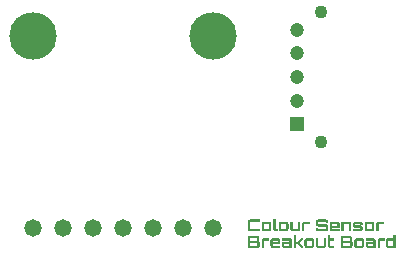
<source format=gbr>
G04*
G04 #@! TF.GenerationSoftware,Altium Limited,Altium Designer,23.1.1 (15)*
G04*
G04 Layer_Color=39423*
%FSLAX44Y44*%
%MOMM*%
G71*
G04*
G04 #@! TF.SameCoordinates,7DEE206C-283F-43E0-9F98-1BFD9C08138E*
G04*
G04*
G04 #@! TF.FilePolarity,Negative*
G04*
G01*
G75*
%ADD13C,4.0132*%
%ADD14C,1.4732*%
%ADD15C,1.1000*%
%ADD16C,1.2000*%
%ADD17R,1.2000X1.2000*%
G36*
X278184Y10879D02*
Y10854D01*
Y10793D01*
X278171Y10682D01*
X278159Y10558D01*
X278134Y10410D01*
X278085Y10237D01*
X278023Y10064D01*
X277924Y9892D01*
X277912Y9867D01*
X277875Y9818D01*
X277813Y9731D01*
X277727Y9632D01*
X277628Y9509D01*
X277505Y9398D01*
X277356Y9274D01*
X277196Y9163D01*
X277171Y9151D01*
X277122Y9126D01*
X277023Y9077D01*
X276900Y9028D01*
X276752Y8978D01*
X276591Y8929D01*
X276394Y8904D01*
X276196Y8892D01*
X271752D01*
X271653Y8904D01*
X271518Y8929D01*
X271357Y8953D01*
X271184Y9003D01*
X271012Y9077D01*
X270839Y9163D01*
X270814Y9176D01*
X270765Y9213D01*
X270678Y9274D01*
X270579Y9361D01*
X270468Y9459D01*
X270345Y9583D01*
X270234Y9731D01*
X270123Y9892D01*
X270110Y9916D01*
X270086Y9966D01*
X270036Y10064D01*
X269987Y10188D01*
X269937Y10336D01*
X269888Y10496D01*
X269863Y10682D01*
X269851Y10879D01*
Y17101D01*
X271863D01*
Y10978D01*
Y10953D01*
X271888Y10916D01*
X271900D01*
X271950Y10904D01*
X276134D01*
X276147Y10916D01*
X276159Y10928D01*
X276171Y10978D01*
Y17101D01*
X278208D01*
X278184Y10879D01*
D02*
G37*
G36*
X337276Y8892D02*
X330845D01*
X330746Y8904D01*
X330598Y8929D01*
X330450Y8953D01*
X330277Y9003D01*
X330092Y9064D01*
X329919Y9151D01*
X329894Y9163D01*
X329845Y9200D01*
X329758Y9262D01*
X329660Y9348D01*
X329549Y9447D01*
X329425Y9571D01*
X329314Y9719D01*
X329203Y9879D01*
X329191Y9904D01*
X329166Y9966D01*
X329117Y10052D01*
X329067Y10175D01*
X329018Y10336D01*
X328969Y10496D01*
X328944Y10682D01*
X328931Y10879D01*
Y15101D01*
Y15113D01*
Y15126D01*
Y15187D01*
X328944Y15298D01*
X328969Y15434D01*
X328993Y15582D01*
X329043Y15755D01*
X329117Y15928D01*
X329203Y16101D01*
X329215Y16126D01*
X329252Y16175D01*
X329314Y16261D01*
X329400Y16360D01*
X329499Y16484D01*
X329623Y16607D01*
X329758Y16718D01*
X329919Y16829D01*
X329944Y16841D01*
X330005Y16866D01*
X330092Y16916D01*
X330215Y16965D01*
X330376Y17014D01*
X330549Y17064D01*
X330734Y17088D01*
X330944Y17101D01*
X335264D01*
Y19792D01*
X337289D01*
X337276Y8892D01*
D02*
G37*
G36*
X328475Y15089D02*
X323981D01*
X323944Y15064D01*
X323932Y15051D01*
X323920Y15039D01*
Y15002D01*
Y8892D01*
X321908D01*
Y15101D01*
Y15113D01*
Y15126D01*
Y15187D01*
X321920Y15298D01*
X321945Y15434D01*
X321969Y15582D01*
X322019Y15755D01*
X322093Y15928D01*
X322179Y16101D01*
X322191Y16126D01*
X322228Y16175D01*
X322290Y16261D01*
X322377Y16360D01*
X322488Y16484D01*
X322611Y16607D01*
X322747Y16718D01*
X322907Y16829D01*
X322932Y16841D01*
X322994Y16866D01*
X323080Y16916D01*
X323204Y16965D01*
X323352Y17014D01*
X323525Y17064D01*
X323722Y17088D01*
X323920Y17101D01*
X328475D01*
Y15089D01*
D02*
G37*
G36*
X318612Y17088D02*
X318747Y17064D01*
X318908Y17039D01*
X319068Y16990D01*
X319253Y16916D01*
X319426Y16829D01*
X319451Y16817D01*
X319500Y16780D01*
X319587Y16718D01*
X319685Y16644D01*
X319797Y16533D01*
X319920Y16409D01*
X320043Y16261D01*
X320142Y16101D01*
X320155Y16076D01*
X320179Y16027D01*
X320229Y15928D01*
X320278Y15805D01*
X320315Y15656D01*
X320364Y15484D01*
X320389Y15298D01*
X320401Y15101D01*
X320414Y8892D01*
X313970D01*
X313871Y8904D01*
X313736Y8929D01*
X313575Y8953D01*
X313402Y9003D01*
X313229Y9077D01*
X313057Y9163D01*
X313032Y9176D01*
X312983Y9213D01*
X312896Y9274D01*
X312797Y9361D01*
X312686Y9459D01*
X312563Y9583D01*
X312452Y9731D01*
X312341Y9892D01*
X312328Y9916D01*
X312304Y9966D01*
X312254Y10064D01*
X312205Y10188D01*
X312155Y10336D01*
X312106Y10496D01*
X312081Y10682D01*
X312069Y10879D01*
Y14002D01*
X318389Y14015D01*
Y15002D01*
Y15014D01*
Y15027D01*
X318377Y15051D01*
X318365Y15064D01*
X318352Y15076D01*
X318340Y15089D01*
X312069D01*
Y17101D01*
X318500D01*
X318612Y17088D01*
D02*
G37*
G36*
X308785D02*
X308921Y17064D01*
X309082Y17039D01*
X309242Y16990D01*
X309427Y16916D01*
X309600Y16829D01*
X309625Y16817D01*
X309674Y16780D01*
X309761Y16718D01*
X309859Y16644D01*
X309970Y16533D01*
X310094Y16409D01*
X310217Y16261D01*
X310316Y16101D01*
X310328Y16076D01*
X310353Y16027D01*
X310403Y15928D01*
X310452Y15805D01*
X310489Y15656D01*
X310538Y15484D01*
X310563Y15298D01*
X310575Y15101D01*
Y10879D01*
Y10854D01*
Y10793D01*
X310563Y10682D01*
X310551Y10558D01*
X310514Y10410D01*
X310464Y10237D01*
X310403Y10064D01*
X310304Y9892D01*
X310291Y9867D01*
X310254Y9818D01*
X310193Y9731D01*
X310119Y9632D01*
X310007Y9509D01*
X309884Y9398D01*
X309748Y9274D01*
X309588Y9163D01*
X309563Y9151D01*
X309514Y9126D01*
X309415Y9077D01*
X309291Y9028D01*
X309143Y8978D01*
X308971Y8929D01*
X308785Y8904D01*
X308575Y8892D01*
X304156D01*
X304045Y8904D01*
X303909Y8929D01*
X303761Y8953D01*
X303588Y9003D01*
X303416Y9077D01*
X303243Y9163D01*
X303218Y9176D01*
X303169Y9213D01*
X303082Y9274D01*
X302983Y9361D01*
X302872Y9459D01*
X302749Y9583D01*
X302626Y9731D01*
X302514Y9892D01*
X302502Y9916D01*
X302477Y9966D01*
X302428Y10064D01*
X302379Y10188D01*
X302329Y10336D01*
X302280Y10496D01*
X302255Y10682D01*
X302243Y10879D01*
Y15101D01*
Y15113D01*
Y15126D01*
Y15187D01*
X302255Y15298D01*
X302280Y15434D01*
X302305Y15582D01*
X302354Y15755D01*
X302428Y15928D01*
X302514Y16101D01*
X302527Y16126D01*
X302564Y16175D01*
X302626Y16261D01*
X302712Y16360D01*
X302823Y16484D01*
X302946Y16607D01*
X303082Y16718D01*
X303243Y16829D01*
X303267Y16841D01*
X303329Y16866D01*
X303416Y16916D01*
X303539Y16965D01*
X303687Y17014D01*
X303860Y17064D01*
X304045Y17088D01*
X304243Y17101D01*
X308674D01*
X308785Y17088D01*
D02*
G37*
G36*
X298527Y19076D02*
X298663Y19051D01*
X298823Y19014D01*
X298996Y18965D01*
X299169Y18903D01*
X299342Y18804D01*
X299367Y18792D01*
X299416Y18755D01*
X299502Y18693D01*
X299613Y18607D01*
X299725Y18508D01*
X299848Y18384D01*
X299972Y18236D01*
X300083Y18076D01*
X300095Y18051D01*
X300132Y18002D01*
X300169Y17903D01*
X300231Y17780D01*
X300280Y17631D01*
X300329Y17446D01*
X300366Y17261D01*
X300379Y17051D01*
Y15089D01*
Y15076D01*
Y15051D01*
Y15027D01*
Y14978D01*
X300366Y14866D01*
X300342Y14743D01*
Y14731D01*
Y14718D01*
X300317Y14644D01*
X300292Y14545D01*
X300255Y14422D01*
X300268Y14410D01*
X300292Y14373D01*
X300342Y14311D01*
X300391Y14237D01*
X300453Y14138D01*
X300515Y14027D01*
X300626Y13780D01*
X300638Y13768D01*
X300650Y13718D01*
X300675Y13657D01*
X300700Y13558D01*
X300725Y13459D01*
X300749Y13336D01*
X300774Y13212D01*
Y13076D01*
Y10928D01*
Y10904D01*
Y10830D01*
X300762Y10719D01*
X300737Y10583D01*
X300700Y10422D01*
X300650Y10250D01*
X300589Y10077D01*
X300490Y9892D01*
X300478Y9867D01*
X300441Y9818D01*
X300379Y9731D01*
X300292Y9632D01*
X300181Y9509D01*
X300058Y9398D01*
X299910Y9274D01*
X299737Y9163D01*
X299712Y9151D01*
X299663Y9126D01*
X299564Y9077D01*
X299441Y9028D01*
X299293Y8978D01*
X299107Y8929D01*
X298922Y8904D01*
X298712Y8892D01*
X290565D01*
Y19088D01*
X298428D01*
X298527Y19076D01*
D02*
G37*
G36*
X281714Y17101D02*
X284850D01*
X284837Y15089D01*
X281714D01*
Y10978D01*
Y10953D01*
X281739Y10916D01*
X281751D01*
X281800Y10904D01*
X284837D01*
X284850Y8892D01*
X281615D01*
X281517Y8904D01*
X281381Y8929D01*
X281220Y8953D01*
X281047Y9003D01*
X280875Y9077D01*
X280702Y9163D01*
X280677Y9176D01*
X280628Y9213D01*
X280541Y9274D01*
X280443Y9361D01*
X280331Y9459D01*
X280208Y9583D01*
X280085Y9731D01*
X279974Y9892D01*
X279961Y9916D01*
X279937Y9966D01*
X279887Y10064D01*
X279838Y10188D01*
X279788Y10336D01*
X279739Y10496D01*
X279714Y10682D01*
X279702Y10879D01*
Y19582D01*
X281714D01*
Y17101D01*
D02*
G37*
G36*
X266555Y17088D02*
X266691Y17064D01*
X266851Y17039D01*
X267012Y16990D01*
X267197Y16916D01*
X267370Y16829D01*
X267395Y16817D01*
X267444Y16780D01*
X267530Y16718D01*
X267629Y16644D01*
X267740Y16533D01*
X267864Y16409D01*
X267987Y16261D01*
X268086Y16101D01*
X268098Y16076D01*
X268123Y16027D01*
X268172Y15928D01*
X268222Y15805D01*
X268259Y15656D01*
X268308Y15484D01*
X268333Y15298D01*
X268345Y15101D01*
Y10879D01*
Y10854D01*
Y10793D01*
X268333Y10682D01*
X268320Y10558D01*
X268283Y10410D01*
X268234Y10237D01*
X268172Y10064D01*
X268074Y9892D01*
X268061Y9867D01*
X268024Y9818D01*
X267962Y9731D01*
X267888Y9632D01*
X267777Y9509D01*
X267654Y9398D01*
X267518Y9274D01*
X267358Y9163D01*
X267333Y9151D01*
X267283Y9126D01*
X267185Y9077D01*
X267061Y9028D01*
X266913Y8978D01*
X266740Y8929D01*
X266555Y8904D01*
X266345Y8892D01*
X261926D01*
X261815Y8904D01*
X261679Y8929D01*
X261531Y8953D01*
X261358Y9003D01*
X261185Y9077D01*
X261012Y9163D01*
X260988Y9176D01*
X260938Y9213D01*
X260852Y9274D01*
X260753Y9361D01*
X260642Y9459D01*
X260519Y9583D01*
X260395Y9731D01*
X260284Y9892D01*
X260272Y9916D01*
X260247Y9966D01*
X260198Y10064D01*
X260148Y10188D01*
X260099Y10336D01*
X260050Y10496D01*
X260025Y10682D01*
X260013Y10879D01*
Y15101D01*
Y15113D01*
Y15126D01*
Y15187D01*
X260025Y15298D01*
X260050Y15434D01*
X260074Y15582D01*
X260124Y15755D01*
X260198Y15928D01*
X260284Y16101D01*
X260297Y16126D01*
X260334Y16175D01*
X260395Y16261D01*
X260482Y16360D01*
X260593Y16484D01*
X260716Y16607D01*
X260852Y16718D01*
X261012Y16829D01*
X261037Y16841D01*
X261099Y16866D01*
X261185Y16916D01*
X261309Y16965D01*
X261457Y17014D01*
X261630Y17064D01*
X261815Y17088D01*
X262012Y17101D01*
X266444D01*
X266555Y17088D01*
D02*
G37*
G36*
X252915Y14015D02*
X254198D01*
X257050Y17101D01*
X259124D01*
Y16484D01*
X255964Y12990D01*
X259124Y9509D01*
Y8892D01*
X257050D01*
X254198Y11978D01*
X252915D01*
Y8892D01*
X250890D01*
Y19792D01*
X252915D01*
Y14015D01*
D02*
G37*
G36*
X247570Y17088D02*
X247705Y17064D01*
X247866Y17039D01*
X248026Y16990D01*
X248211Y16916D01*
X248384Y16829D01*
X248409Y16817D01*
X248458Y16780D01*
X248545Y16718D01*
X248643Y16644D01*
X248755Y16533D01*
X248878Y16409D01*
X249001Y16261D01*
X249100Y16101D01*
X249112Y16076D01*
X249137Y16027D01*
X249187Y15928D01*
X249236Y15805D01*
X249273Y15656D01*
X249322Y15484D01*
X249347Y15298D01*
X249359Y15101D01*
X249372Y8892D01*
X242928D01*
X242829Y8904D01*
X242693Y8929D01*
X242533Y8953D01*
X242360Y9003D01*
X242187Y9077D01*
X242015Y9163D01*
X241990Y9176D01*
X241940Y9213D01*
X241854Y9274D01*
X241755Y9361D01*
X241644Y9459D01*
X241521Y9583D01*
X241410Y9731D01*
X241299Y9892D01*
X241286Y9916D01*
X241262Y9966D01*
X241212Y10064D01*
X241163Y10188D01*
X241113Y10336D01*
X241064Y10496D01*
X241039Y10682D01*
X241027Y10879D01*
Y14002D01*
X247347Y14015D01*
Y15002D01*
Y15014D01*
Y15027D01*
X247335Y15051D01*
X247323Y15064D01*
X247310Y15076D01*
X247298Y15089D01*
X241027D01*
Y17101D01*
X247458D01*
X247570Y17088D01*
D02*
G37*
G36*
X237743D02*
X237879Y17064D01*
X238040Y17039D01*
X238200Y16990D01*
X238385Y16916D01*
X238558Y16829D01*
X238583Y16817D01*
X238632Y16780D01*
X238718Y16718D01*
X238817Y16644D01*
X238928Y16533D01*
X239052Y16409D01*
X239175Y16261D01*
X239274Y16101D01*
X239286Y16076D01*
X239311Y16027D01*
X239361Y15928D01*
X239410Y15805D01*
X239447Y15656D01*
X239496Y15484D01*
X239521Y15298D01*
X239533Y15101D01*
X239546Y11990D01*
X233213Y11978D01*
Y10978D01*
Y10953D01*
X233238Y10916D01*
X233250D01*
X233299Y10904D01*
X239546D01*
X239533Y8892D01*
X233114D01*
X233003Y8904D01*
X232867Y8929D01*
X232719Y8953D01*
X232546Y9003D01*
X232374Y9077D01*
X232201Y9163D01*
X232176Y9176D01*
X232127Y9213D01*
X232040Y9274D01*
X231942Y9361D01*
X231830Y9459D01*
X231707Y9583D01*
X231583Y9731D01*
X231472Y9892D01*
X231460Y9916D01*
X231435Y9966D01*
X231386Y10064D01*
X231337Y10188D01*
X231287Y10336D01*
X231238Y10496D01*
X231213Y10682D01*
X231201Y10879D01*
Y15101D01*
Y15113D01*
Y15126D01*
Y15187D01*
X231213Y15298D01*
X231238Y15434D01*
X231262Y15582D01*
X231312Y15755D01*
X231386Y15928D01*
X231472Y16101D01*
X231485Y16126D01*
X231522Y16175D01*
X231583Y16261D01*
X231670Y16360D01*
X231781Y16484D01*
X231904Y16607D01*
X232040Y16718D01*
X232201Y16829D01*
X232225Y16841D01*
X232287Y16866D01*
X232374Y16916D01*
X232497Y16965D01*
X232645Y17014D01*
X232818Y17064D01*
X233003Y17088D01*
X233201Y17101D01*
X237632D01*
X237743Y17088D01*
D02*
G37*
G36*
X230349Y15089D02*
X225856D01*
X225819Y15064D01*
X225806Y15051D01*
X225794Y15039D01*
Y15002D01*
Y8892D01*
X223782D01*
Y15101D01*
Y15113D01*
Y15126D01*
Y15187D01*
X223794Y15298D01*
X223819Y15434D01*
X223843Y15582D01*
X223893Y15755D01*
X223967Y15928D01*
X224053Y16101D01*
X224066Y16126D01*
X224103Y16175D01*
X224165Y16261D01*
X224251Y16360D01*
X224362Y16484D01*
X224485Y16607D01*
X224621Y16718D01*
X224782Y16829D01*
X224806Y16841D01*
X224868Y16866D01*
X224954Y16916D01*
X225078Y16965D01*
X225226Y17014D01*
X225399Y17064D01*
X225596Y17088D01*
X225794Y17101D01*
X230349D01*
Y15089D01*
D02*
G37*
G36*
X220054Y19076D02*
X220190Y19051D01*
X220350Y19014D01*
X220523Y18965D01*
X220696Y18903D01*
X220868Y18804D01*
X220893Y18792D01*
X220943Y18755D01*
X221029Y18693D01*
X221140Y18607D01*
X221251Y18508D01*
X221375Y18384D01*
X221498Y18236D01*
X221609Y18076D01*
X221622Y18051D01*
X221659Y18002D01*
X221696Y17903D01*
X221757Y17780D01*
X221807Y17631D01*
X221856Y17446D01*
X221893Y17261D01*
X221905Y17051D01*
Y15089D01*
Y15076D01*
Y15051D01*
Y15027D01*
Y14978D01*
X221893Y14866D01*
X221868Y14743D01*
Y14731D01*
Y14718D01*
X221844Y14644D01*
X221819Y14545D01*
X221782Y14422D01*
X221794Y14410D01*
X221819Y14373D01*
X221868Y14311D01*
X221918Y14237D01*
X221980Y14138D01*
X222041Y14027D01*
X222152Y13780D01*
X222165Y13768D01*
X222177Y13718D01*
X222202Y13657D01*
X222226Y13558D01*
X222251Y13459D01*
X222276Y13336D01*
X222300Y13212D01*
Y13076D01*
Y10928D01*
Y10904D01*
Y10830D01*
X222288Y10719D01*
X222264Y10583D01*
X222226Y10422D01*
X222177Y10250D01*
X222115Y10077D01*
X222017Y9892D01*
X222004Y9867D01*
X221967Y9818D01*
X221905Y9731D01*
X221819Y9632D01*
X221708Y9509D01*
X221584Y9398D01*
X221436Y9274D01*
X221264Y9163D01*
X221239Y9151D01*
X221189Y9126D01*
X221091Y9077D01*
X220967Y9028D01*
X220819Y8978D01*
X220634Y8929D01*
X220449Y8904D01*
X220239Y8892D01*
X212092D01*
Y19088D01*
X219955D01*
X220054Y19076D01*
D02*
G37*
G36*
X278159Y33046D02*
X278295Y33021D01*
X278455Y32984D01*
X278628Y32935D01*
X278801Y32873D01*
X278974Y32774D01*
X278998Y32762D01*
X279048Y32725D01*
X279134Y32663D01*
X279233Y32577D01*
X279356Y32478D01*
X279480Y32355D01*
X279591Y32206D01*
X279702Y32046D01*
X279714Y32021D01*
X279751Y31972D01*
X279788Y31873D01*
X279850Y31750D01*
X279900Y31602D01*
X279949Y31416D01*
X279986Y31231D01*
X279998Y31021D01*
X279986Y30157D01*
X277924D01*
Y30923D01*
Y30935D01*
Y30947D01*
X277900Y30984D01*
X277887Y30997D01*
X277875Y31009D01*
X271863D01*
X271839Y30984D01*
Y30972D01*
Y30923D01*
Y29059D01*
Y29034D01*
Y28997D01*
X271863Y28984D01*
X271876D01*
X271913Y28997D01*
X277986D01*
X278060Y28984D01*
X278159Y28972D01*
X278295Y28948D01*
X278455Y28910D01*
X278628Y28861D01*
X278801Y28787D01*
X278974Y28701D01*
X278998Y28688D01*
X279048Y28651D01*
X279134Y28589D01*
X279233Y28515D01*
X279356Y28404D01*
X279480Y28281D01*
X279591Y28133D01*
X279702Y27972D01*
X279714Y27948D01*
X279751Y27886D01*
X279788Y27799D01*
X279850Y27664D01*
X279900Y27515D01*
X279949Y27343D01*
X279986Y27157D01*
X279998Y26948D01*
Y24899D01*
Y24874D01*
Y24800D01*
X279986Y24689D01*
X279961Y24553D01*
X279924Y24392D01*
X279862Y24220D01*
X279801Y24047D01*
X279702Y23862D01*
X279690Y23837D01*
X279653Y23788D01*
X279591Y23701D01*
X279504Y23602D01*
X279406Y23479D01*
X279282Y23368D01*
X279134Y23244D01*
X278974Y23133D01*
X278949Y23121D01*
X278900Y23096D01*
X278801Y23047D01*
X278677Y22998D01*
X278529Y22948D01*
X278356Y22899D01*
X278159Y22874D01*
X277961Y22862D01*
X271728D01*
X271629Y22874D01*
X271493Y22899D01*
X271332Y22923D01*
X271160Y22973D01*
X270987Y23047D01*
X270802Y23133D01*
X270777Y23146D01*
X270728Y23183D01*
X270641Y23244D01*
X270530Y23331D01*
X270407Y23430D01*
X270283Y23553D01*
X270160Y23701D01*
X270049Y23862D01*
X270036Y23886D01*
X270012Y23948D01*
X269962Y24034D01*
X269913Y24170D01*
X269863Y24318D01*
X269826Y24504D01*
X269802Y24689D01*
X269789Y24899D01*
X269777Y25763D01*
X271839D01*
Y24997D01*
Y24985D01*
Y24973D01*
Y24923D01*
X271863Y24911D01*
X277887D01*
X277900Y24923D01*
X277912Y24948D01*
X277924Y24997D01*
Y26849D01*
Y26861D01*
Y26874D01*
X277912Y26898D01*
X277900Y26911D01*
X277887Y26923D01*
X271801D01*
X271728Y26935D01*
X271629Y26948D01*
X271493Y26960D01*
X271332Y26997D01*
X271160Y27046D01*
X270987Y27120D01*
X270802Y27207D01*
X270777Y27219D01*
X270728Y27256D01*
X270641Y27318D01*
X270530Y27404D01*
X270407Y27503D01*
X270283Y27639D01*
X270160Y27787D01*
X270049Y27948D01*
X270036Y27972D01*
X270012Y28034D01*
X269962Y28120D01*
X269913Y28256D01*
X269863Y28404D01*
X269826Y28577D01*
X269802Y28762D01*
X269789Y28960D01*
Y31021D01*
Y31034D01*
Y31046D01*
Y31120D01*
X269802Y31231D01*
X269814Y31367D01*
X269851Y31527D01*
X269888Y31688D01*
X269962Y31873D01*
X270049Y32046D01*
X270061Y32071D01*
X270098Y32120D01*
X270160Y32206D01*
X270246Y32305D01*
X270357Y32429D01*
X270481Y32552D01*
X270641Y32663D01*
X270802Y32774D01*
X270826Y32787D01*
X270888Y32824D01*
X270975Y32861D01*
X271110Y32922D01*
X271258Y32972D01*
X271431Y33009D01*
X271629Y33046D01*
X271826Y33058D01*
X278060D01*
X278159Y33046D01*
D02*
G37*
G36*
X307650Y31058D02*
X307798Y31034D01*
X307946Y31009D01*
X308119Y30960D01*
X308292Y30886D01*
X308464Y30799D01*
X308489Y30787D01*
X308538Y30750D01*
X308625Y30688D01*
X308724Y30602D01*
X308835Y30503D01*
X308958Y30379D01*
X309082Y30231D01*
X309193Y30071D01*
X309205Y30046D01*
X309242Y29997D01*
X309279Y29898D01*
X309328Y29774D01*
X309390Y29626D01*
X309427Y29454D01*
X309452Y29268D01*
X309464Y29071D01*
X309477Y28713D01*
X307440D01*
Y28972D01*
Y28984D01*
Y28997D01*
X307428Y29021D01*
X307415Y29034D01*
X307403Y29046D01*
X307353Y29059D01*
X303193D01*
X303144Y29034D01*
Y29021D01*
X303132Y29009D01*
Y28972D01*
Y28059D01*
Y28046D01*
X303144Y27997D01*
X303169Y27985D01*
X307551D01*
X307650Y27972D01*
X307798Y27948D01*
X307946Y27910D01*
X308119Y27861D01*
X308292Y27787D01*
X308464Y27701D01*
X308489Y27688D01*
X308538Y27651D01*
X308625Y27590D01*
X308724Y27503D01*
X308835Y27404D01*
X308958Y27281D01*
X309082Y27133D01*
X309193Y26972D01*
X309205Y26948D01*
X309242Y26898D01*
X309279Y26799D01*
X309328Y26676D01*
X309390Y26528D01*
X309427Y26355D01*
X309452Y26170D01*
X309464Y25972D01*
Y24849D01*
Y24824D01*
Y24763D01*
X309452Y24652D01*
X309440Y24528D01*
X309403Y24380D01*
X309353Y24207D01*
X309291Y24034D01*
X309193Y23862D01*
X309180Y23837D01*
X309143Y23788D01*
X309082Y23701D01*
X308995Y23602D01*
X308897Y23479D01*
X308761Y23368D01*
X308625Y23244D01*
X308464Y23133D01*
X308440Y23121D01*
X308390Y23096D01*
X308292Y23047D01*
X308168Y22998D01*
X308020Y22948D01*
X307847Y22899D01*
X307662Y22874D01*
X307452Y22862D01*
X303020D01*
X302909Y22874D01*
X302786Y22899D01*
X302638Y22923D01*
X302465Y22973D01*
X302292Y23047D01*
X302119Y23133D01*
X302095Y23146D01*
X302045Y23183D01*
X301959Y23244D01*
X301860Y23331D01*
X301737Y23430D01*
X301626Y23553D01*
X301502Y23701D01*
X301391Y23862D01*
X301379Y23886D01*
X301354Y23936D01*
X301305Y24034D01*
X301255Y24158D01*
X301206Y24306D01*
X301157Y24466D01*
X301132Y24652D01*
X301119Y24849D01*
Y25220D01*
X303132D01*
Y24948D01*
Y24923D01*
X303144Y24886D01*
X303169D01*
X303218Y24874D01*
X307378D01*
X307415Y24886D01*
X307428Y24899D01*
X307440Y24948D01*
Y25874D01*
Y25886D01*
X307415Y25923D01*
X307403Y25935D01*
X307378Y25948D01*
X303082D01*
X303020Y25960D01*
X302909Y25972D01*
X302786Y25985D01*
X302638Y26022D01*
X302465Y26071D01*
X302292Y26145D01*
X302119Y26232D01*
X302095Y26244D01*
X302045Y26281D01*
X301959Y26343D01*
X301860Y26429D01*
X301737Y26528D01*
X301626Y26651D01*
X301502Y26799D01*
X301391Y26960D01*
X301379Y26985D01*
X301354Y27046D01*
X301305Y27133D01*
X301255Y27256D01*
X301206Y27404D01*
X301157Y27577D01*
X301132Y27762D01*
X301119Y27960D01*
Y29071D01*
Y29083D01*
Y29096D01*
Y29157D01*
X301132Y29268D01*
X301157Y29404D01*
X301181Y29552D01*
X301231Y29725D01*
X301305Y29898D01*
X301391Y30071D01*
X301403Y30096D01*
X301440Y30145D01*
X301502Y30231D01*
X301589Y30330D01*
X301687Y30454D01*
X301811Y30577D01*
X301959Y30688D01*
X302119Y30799D01*
X302144Y30812D01*
X302194Y30836D01*
X302292Y30886D01*
X302416Y30935D01*
X302564Y30984D01*
X302724Y31034D01*
X302909Y31058D01*
X303107Y31071D01*
X307551D01*
X307650Y31058D01*
D02*
G37*
G36*
X256359Y24849D02*
Y24824D01*
Y24763D01*
X256346Y24652D01*
X256334Y24528D01*
X256309Y24380D01*
X256260Y24207D01*
X256198Y24034D01*
X256099Y23862D01*
X256087Y23837D01*
X256050Y23788D01*
X255988Y23701D01*
X255902Y23602D01*
X255803Y23479D01*
X255680Y23368D01*
X255532Y23244D01*
X255371Y23133D01*
X255347Y23121D01*
X255297Y23096D01*
X255198Y23047D01*
X255075Y22998D01*
X254927Y22948D01*
X254766Y22899D01*
X254569Y22874D01*
X254371Y22862D01*
X249927D01*
X249828Y22874D01*
X249693Y22899D01*
X249532Y22923D01*
X249359Y22973D01*
X249187Y23047D01*
X249014Y23133D01*
X248989Y23146D01*
X248940Y23183D01*
X248853Y23244D01*
X248755Y23331D01*
X248643Y23430D01*
X248520Y23553D01*
X248409Y23701D01*
X248298Y23862D01*
X248286Y23886D01*
X248261Y23936D01*
X248211Y24034D01*
X248162Y24158D01*
X248113Y24306D01*
X248063Y24466D01*
X248039Y24652D01*
X248026Y24849D01*
Y31071D01*
X250038D01*
Y24948D01*
Y24923D01*
X250063Y24886D01*
X250075D01*
X250125Y24874D01*
X254310D01*
X254322Y24886D01*
X254334Y24899D01*
X254347Y24948D01*
Y31071D01*
X256383D01*
X256359Y24849D01*
D02*
G37*
G36*
X327277Y29059D02*
X322784D01*
X322747Y29034D01*
X322734Y29021D01*
X322722Y29009D01*
Y28972D01*
Y22862D01*
X320710D01*
Y29071D01*
Y29083D01*
Y29096D01*
Y29157D01*
X320722Y29268D01*
X320747Y29404D01*
X320772Y29552D01*
X320821Y29725D01*
X320895Y29898D01*
X320982Y30071D01*
X320994Y30096D01*
X321031Y30145D01*
X321093Y30231D01*
X321179Y30330D01*
X321290Y30454D01*
X321414Y30577D01*
X321549Y30688D01*
X321710Y30799D01*
X321735Y30812D01*
X321796Y30836D01*
X321883Y30886D01*
X322006Y30935D01*
X322154Y30984D01*
X322327Y31034D01*
X322525Y31058D01*
X322722Y31071D01*
X327277D01*
Y29059D01*
D02*
G37*
G36*
X317426Y31058D02*
X317562Y31034D01*
X317723Y31009D01*
X317883Y30960D01*
X318068Y30886D01*
X318241Y30799D01*
X318266Y30787D01*
X318315Y30750D01*
X318402Y30688D01*
X318500Y30614D01*
X318612Y30503D01*
X318735Y30379D01*
X318858Y30231D01*
X318957Y30071D01*
X318969Y30046D01*
X318994Y29997D01*
X319044Y29898D01*
X319093Y29774D01*
X319130Y29626D01*
X319179Y29454D01*
X319204Y29268D01*
X319216Y29071D01*
Y24849D01*
Y24824D01*
Y24763D01*
X319204Y24652D01*
X319192Y24528D01*
X319155Y24380D01*
X319105Y24207D01*
X319044Y24034D01*
X318945Y23862D01*
X318932Y23837D01*
X318895Y23788D01*
X318834Y23701D01*
X318760Y23602D01*
X318648Y23479D01*
X318525Y23368D01*
X318389Y23244D01*
X318229Y23133D01*
X318204Y23121D01*
X318155Y23096D01*
X318056Y23047D01*
X317933Y22998D01*
X317784Y22948D01*
X317612Y22899D01*
X317426Y22874D01*
X317217Y22862D01*
X312797D01*
X312686Y22874D01*
X312550Y22899D01*
X312402Y22923D01*
X312229Y22973D01*
X312057Y23047D01*
X311884Y23133D01*
X311859Y23146D01*
X311810Y23183D01*
X311723Y23244D01*
X311625Y23331D01*
X311514Y23430D01*
X311390Y23553D01*
X311267Y23701D01*
X311155Y23862D01*
X311143Y23886D01*
X311119Y23936D01*
X311069Y24034D01*
X311020Y24158D01*
X310970Y24306D01*
X310921Y24466D01*
X310896Y24652D01*
X310884Y24849D01*
Y29071D01*
Y29083D01*
Y29096D01*
Y29157D01*
X310896Y29268D01*
X310921Y29404D01*
X310946Y29552D01*
X310995Y29725D01*
X311069Y29898D01*
X311155Y30071D01*
X311168Y30096D01*
X311205Y30145D01*
X311267Y30231D01*
X311353Y30330D01*
X311464Y30454D01*
X311588Y30577D01*
X311723Y30688D01*
X311884Y30799D01*
X311908Y30812D01*
X311970Y30836D01*
X312057Y30886D01*
X312180Y30935D01*
X312328Y30984D01*
X312501Y31034D01*
X312686Y31058D01*
X312884Y31071D01*
X317315D01*
X317426Y31058D01*
D02*
G37*
G36*
X297873D02*
X298009Y31034D01*
X298157Y31009D01*
X298330Y30960D01*
X298503Y30886D01*
X298675Y30799D01*
X298700Y30787D01*
X298749Y30750D01*
X298836Y30688D01*
X298934Y30602D01*
X299058Y30503D01*
X299181Y30379D01*
X299293Y30231D01*
X299404Y30071D01*
X299416Y30046D01*
X299453Y29997D01*
X299490Y29898D01*
X299539Y29774D01*
X299601Y29626D01*
X299638Y29454D01*
X299663Y29268D01*
X299675Y29071D01*
X299688Y22862D01*
X297663D01*
Y28972D01*
Y28984D01*
Y28997D01*
X297651Y29021D01*
X297638Y29034D01*
X297626Y29046D01*
X297577Y29059D01*
X293417D01*
X293380Y29034D01*
X293367Y29021D01*
X293355Y29009D01*
Y28972D01*
Y22862D01*
X291330D01*
Y31071D01*
X297762D01*
X297873Y31058D01*
D02*
G37*
G36*
X288022D02*
X288158Y31034D01*
X288318Y31009D01*
X288479Y30960D01*
X288664Y30886D01*
X288837Y30799D01*
X288862Y30787D01*
X288911Y30750D01*
X288997Y30688D01*
X289096Y30614D01*
X289207Y30503D01*
X289331Y30379D01*
X289454Y30231D01*
X289553Y30071D01*
X289565Y30046D01*
X289590Y29997D01*
X289639Y29898D01*
X289689Y29774D01*
X289726Y29626D01*
X289775Y29454D01*
X289800Y29268D01*
X289812Y29071D01*
X289824Y25960D01*
X283492Y25948D01*
Y24948D01*
Y24923D01*
X283516Y24886D01*
X283529D01*
X283578Y24874D01*
X289824D01*
X289812Y22862D01*
X283393D01*
X283282Y22874D01*
X283146Y22899D01*
X282998Y22923D01*
X282825Y22973D01*
X282652Y23047D01*
X282479Y23133D01*
X282455Y23146D01*
X282405Y23183D01*
X282319Y23244D01*
X282220Y23331D01*
X282109Y23430D01*
X281986Y23553D01*
X281862Y23701D01*
X281751Y23862D01*
X281739Y23886D01*
X281714Y23936D01*
X281665Y24034D01*
X281615Y24158D01*
X281566Y24306D01*
X281517Y24466D01*
X281492Y24652D01*
X281479Y24849D01*
Y29071D01*
Y29083D01*
Y29096D01*
Y29157D01*
X281492Y29268D01*
X281517Y29404D01*
X281541Y29552D01*
X281591Y29725D01*
X281665Y29898D01*
X281751Y30071D01*
X281763Y30096D01*
X281800Y30145D01*
X281862Y30231D01*
X281949Y30330D01*
X282060Y30454D01*
X282183Y30577D01*
X282319Y30688D01*
X282479Y30799D01*
X282504Y30812D01*
X282566Y30836D01*
X282652Y30886D01*
X282776Y30935D01*
X282924Y30984D01*
X283097Y31034D01*
X283282Y31058D01*
X283479Y31071D01*
X287911D01*
X288022Y31058D01*
D02*
G37*
G36*
X264432Y29059D02*
X259939D01*
X259902Y29034D01*
X259889Y29021D01*
X259877Y29009D01*
Y28972D01*
Y22862D01*
X257865D01*
Y29071D01*
Y29083D01*
Y29096D01*
Y29157D01*
X257877Y29268D01*
X257902Y29404D01*
X257926Y29552D01*
X257976Y29725D01*
X258050Y29898D01*
X258136Y30071D01*
X258149Y30096D01*
X258186Y30145D01*
X258247Y30231D01*
X258334Y30330D01*
X258445Y30454D01*
X258568Y30577D01*
X258704Y30688D01*
X258865Y30799D01*
X258889Y30812D01*
X258951Y30836D01*
X259037Y30886D01*
X259161Y30935D01*
X259309Y30984D01*
X259482Y31034D01*
X259679Y31058D01*
X259877Y31071D01*
X264432D01*
Y29059D01*
D02*
G37*
G36*
X244730Y31058D02*
X244866Y31034D01*
X245026Y31009D01*
X245187Y30960D01*
X245372Y30886D01*
X245545Y30799D01*
X245570Y30787D01*
X245619Y30750D01*
X245706Y30688D01*
X245804Y30614D01*
X245915Y30503D01*
X246039Y30379D01*
X246162Y30231D01*
X246261Y30071D01*
X246273Y30046D01*
X246298Y29997D01*
X246347Y29898D01*
X246397Y29774D01*
X246434Y29626D01*
X246483Y29454D01*
X246508Y29268D01*
X246520Y29071D01*
Y24849D01*
Y24824D01*
Y24763D01*
X246508Y24652D01*
X246495Y24528D01*
X246458Y24380D01*
X246409Y24207D01*
X246347Y24034D01*
X246249Y23862D01*
X246236Y23837D01*
X246199Y23788D01*
X246138Y23701D01*
X246063Y23602D01*
X245952Y23479D01*
X245829Y23368D01*
X245693Y23244D01*
X245533Y23133D01*
X245508Y23121D01*
X245459Y23096D01*
X245360Y23047D01*
X245236Y22998D01*
X245088Y22948D01*
X244915Y22899D01*
X244730Y22874D01*
X244520Y22862D01*
X240101D01*
X239990Y22874D01*
X239854Y22899D01*
X239706Y22923D01*
X239533Y22973D01*
X239361Y23047D01*
X239188Y23133D01*
X239163Y23146D01*
X239114Y23183D01*
X239027Y23244D01*
X238928Y23331D01*
X238817Y23430D01*
X238694Y23553D01*
X238570Y23701D01*
X238459Y23862D01*
X238447Y23886D01*
X238422Y23936D01*
X238373Y24034D01*
X238323Y24158D01*
X238274Y24306D01*
X238225Y24466D01*
X238200Y24652D01*
X238188Y24849D01*
Y29071D01*
Y29083D01*
Y29096D01*
Y29157D01*
X238200Y29268D01*
X238225Y29404D01*
X238249Y29552D01*
X238299Y29725D01*
X238373Y29898D01*
X238459Y30071D01*
X238472Y30096D01*
X238509Y30145D01*
X238570Y30231D01*
X238657Y30330D01*
X238768Y30454D01*
X238891Y30577D01*
X239027Y30688D01*
X239188Y30799D01*
X239212Y30812D01*
X239274Y30836D01*
X239361Y30886D01*
X239484Y30935D01*
X239632Y30984D01*
X239805Y31034D01*
X239990Y31058D01*
X240187Y31071D01*
X244619D01*
X244730Y31058D01*
D02*
G37*
G36*
X235521Y24948D02*
Y24923D01*
X235546Y24886D01*
X235558D01*
X235608Y24874D01*
X237225D01*
Y22862D01*
X235410D01*
X235299Y22874D01*
X235163Y22899D01*
X235015Y22923D01*
X234842Y22973D01*
X234670Y23047D01*
X234497Y23133D01*
X234472Y23146D01*
X234423Y23183D01*
X234336Y23244D01*
X234237Y23331D01*
X234126Y23430D01*
X234003Y23553D01*
X233880Y23701D01*
X233768Y23862D01*
X233756Y23886D01*
X233731Y23936D01*
X233682Y24034D01*
X233633Y24158D01*
X233583Y24306D01*
X233534Y24466D01*
X233509Y24652D01*
X233497Y24849D01*
Y33762D01*
X235521Y33786D01*
Y24948D01*
D02*
G37*
G36*
X230213Y31058D02*
X230349Y31034D01*
X230509Y31009D01*
X230670Y30960D01*
X230855Y30886D01*
X231028Y30799D01*
X231053Y30787D01*
X231102Y30750D01*
X231189Y30688D01*
X231287Y30614D01*
X231398Y30503D01*
X231522Y30379D01*
X231645Y30231D01*
X231744Y30071D01*
X231756Y30046D01*
X231781Y29997D01*
X231830Y29898D01*
X231880Y29774D01*
X231917Y29626D01*
X231966Y29454D01*
X231991Y29268D01*
X232003Y29071D01*
Y24849D01*
Y24824D01*
Y24763D01*
X231991Y24652D01*
X231978Y24528D01*
X231942Y24380D01*
X231892Y24207D01*
X231830Y24034D01*
X231732Y23862D01*
X231719Y23837D01*
X231682Y23788D01*
X231621Y23701D01*
X231546Y23602D01*
X231435Y23479D01*
X231312Y23368D01*
X231176Y23244D01*
X231016Y23133D01*
X230991Y23121D01*
X230942Y23096D01*
X230843Y23047D01*
X230719Y22998D01*
X230571Y22948D01*
X230398Y22899D01*
X230213Y22874D01*
X230003Y22862D01*
X225584D01*
X225473Y22874D01*
X225337Y22899D01*
X225189Y22923D01*
X225016Y22973D01*
X224843Y23047D01*
X224671Y23133D01*
X224646Y23146D01*
X224597Y23183D01*
X224510Y23244D01*
X224411Y23331D01*
X224300Y23430D01*
X224177Y23553D01*
X224053Y23701D01*
X223942Y23862D01*
X223930Y23886D01*
X223905Y23936D01*
X223856Y24034D01*
X223806Y24158D01*
X223757Y24306D01*
X223708Y24466D01*
X223683Y24652D01*
X223671Y24849D01*
Y29071D01*
Y29083D01*
Y29096D01*
Y29157D01*
X223683Y29268D01*
X223708Y29404D01*
X223732Y29552D01*
X223782Y29725D01*
X223856Y29898D01*
X223942Y30071D01*
X223955Y30096D01*
X223992Y30145D01*
X224053Y30231D01*
X224140Y30330D01*
X224251Y30454D01*
X224374Y30577D01*
X224510Y30688D01*
X224671Y30799D01*
X224695Y30812D01*
X224757Y30836D01*
X224843Y30886D01*
X224967Y30935D01*
X225115Y30984D01*
X225288Y31034D01*
X225473Y31058D01*
X225671Y31071D01*
X230102D01*
X230213Y31058D01*
D02*
G37*
G36*
X222264Y31009D02*
X214536D01*
X214487Y30997D01*
X214363Y30960D01*
X214252Y30886D01*
X214227Y30861D01*
X214190Y30799D01*
X214153Y30688D01*
X214128Y30528D01*
Y25392D01*
Y25380D01*
Y25355D01*
X214141Y25318D01*
Y25269D01*
X214178Y25145D01*
X214252Y25034D01*
X214264D01*
X214277Y25010D01*
X214351Y24973D01*
X214462Y24936D01*
X214610Y24911D01*
X222264D01*
Y22862D01*
X214030D01*
X213931Y22874D01*
X213783Y22899D01*
X213635Y22923D01*
X213462Y22973D01*
X213277Y23047D01*
X213104Y23133D01*
X213079Y23146D01*
X213030Y23183D01*
X212943Y23244D01*
X212845Y23331D01*
X212721Y23430D01*
X212598Y23553D01*
X212474Y23701D01*
X212363Y23862D01*
X212351Y23886D01*
X212326Y23948D01*
X212277Y24034D01*
X212227Y24170D01*
X212178Y24318D01*
X212129Y24504D01*
X212104Y24689D01*
X212092Y24899D01*
Y31021D01*
Y31034D01*
Y31046D01*
Y31120D01*
X212104Y31231D01*
X212129Y31367D01*
X212153Y31527D01*
X212203Y31688D01*
X212277Y31873D01*
X212363Y32046D01*
X212376Y32071D01*
X212413Y32120D01*
X212474Y32206D01*
X212561Y32305D01*
X212672Y32429D01*
X212795Y32552D01*
X212943Y32663D01*
X213104Y32774D01*
X213129Y32787D01*
X213190Y32824D01*
X213277Y32861D01*
X213400Y32922D01*
X213561Y32972D01*
X213734Y33009D01*
X213919Y33046D01*
X214128Y33058D01*
X222264D01*
Y31009D01*
D02*
G37*
%LPC*%
G36*
X335215Y15089D02*
X331018D01*
X330981Y15064D01*
X330968Y15051D01*
X330956Y15039D01*
Y15002D01*
Y10978D01*
Y10953D01*
X330981Y10916D01*
X330993D01*
X331042Y10904D01*
X335227D01*
X335239Y10916D01*
X335252Y10928D01*
X335264Y10978D01*
Y15002D01*
Y15014D01*
Y15027D01*
X335252Y15051D01*
X335239Y15064D01*
X335227Y15076D01*
X335215Y15089D01*
D02*
G37*
G36*
X314081Y12225D02*
Y10978D01*
Y10953D01*
X314106Y10916D01*
X314118D01*
X314167Y10904D01*
X318389D01*
Y12212D01*
X314081Y12225D01*
D02*
G37*
G36*
X308514Y15089D02*
X304317D01*
X304280Y15064D01*
X304267Y15051D01*
X304255Y15039D01*
Y15002D01*
Y10978D01*
Y10953D01*
X304280Y10916D01*
X304292D01*
X304341Y10904D01*
X308526D01*
X308538Y10916D01*
X308551Y10928D01*
X308563Y10978D01*
Y15002D01*
Y15014D01*
Y15027D01*
X308551Y15051D01*
X308538Y15064D01*
X308526Y15076D01*
X308514Y15089D01*
D02*
G37*
G36*
X298256Y17039D02*
X292651D01*
X292626Y17014D01*
Y17002D01*
X292614Y16953D01*
Y15175D01*
Y15163D01*
X292626Y15113D01*
X292639Y15101D01*
X298268D01*
X298280Y15113D01*
Y15126D01*
X298293Y15138D01*
X298305Y15175D01*
Y16953D01*
Y16965D01*
Y16977D01*
X298280Y17014D01*
X298268Y17027D01*
X298256Y17039D01*
D02*
G37*
G36*
X298614Y13052D02*
X292664D01*
X292626Y13027D01*
Y13015D01*
X292614Y13002D01*
Y12965D01*
Y11027D01*
Y11015D01*
Y11003D01*
X292626Y10953D01*
X292639Y10941D01*
X298663D01*
X298688Y10953D01*
X298700Y10978D01*
Y10990D01*
Y11027D01*
Y12965D01*
Y12978D01*
Y12990D01*
Y13015D01*
X298688Y13027D01*
X298675Y13039D01*
X298614Y13052D01*
D02*
G37*
G36*
X266284Y15089D02*
X262087D01*
X262050Y15064D01*
X262037Y15051D01*
X262025Y15039D01*
Y15002D01*
Y10978D01*
Y10953D01*
X262050Y10916D01*
X262062D01*
X262111Y10904D01*
X266296D01*
X266308Y10916D01*
X266321Y10928D01*
X266333Y10978D01*
Y15002D01*
Y15014D01*
Y15027D01*
X266321Y15051D01*
X266308Y15064D01*
X266296Y15076D01*
X266284Y15089D01*
D02*
G37*
G36*
X243039Y12225D02*
Y10978D01*
Y10953D01*
X243064Y10916D01*
X243076D01*
X243125Y10904D01*
X247347D01*
Y12212D01*
X243039Y12225D01*
D02*
G37*
G36*
X237472Y15089D02*
X233275D01*
X233238Y15064D01*
X233225Y15051D01*
X233213Y15039D01*
Y15002D01*
Y13755D01*
X237521Y13780D01*
Y15002D01*
Y15014D01*
Y15027D01*
X237509Y15051D01*
X237496Y15064D01*
X237484Y15076D01*
X237472Y15089D01*
D02*
G37*
G36*
X219782Y17039D02*
X214178D01*
X214153Y17014D01*
Y17002D01*
X214141Y16953D01*
Y15175D01*
Y15163D01*
X214153Y15113D01*
X214165Y15101D01*
X219795D01*
X219807Y15113D01*
Y15126D01*
X219819Y15138D01*
X219832Y15175D01*
Y16953D01*
Y16965D01*
Y16977D01*
X219807Y17014D01*
X219795Y17027D01*
X219782Y17039D01*
D02*
G37*
G36*
X220140Y13052D02*
X214190D01*
X214153Y13027D01*
Y13015D01*
X214141Y13002D01*
Y12965D01*
Y11027D01*
Y11015D01*
Y11003D01*
X214153Y10953D01*
X214165Y10941D01*
X220190D01*
X220214Y10953D01*
X220227Y10978D01*
Y10990D01*
Y11027D01*
Y12965D01*
Y12978D01*
Y12990D01*
Y13015D01*
X220214Y13027D01*
X220202Y13039D01*
X220140Y13052D01*
D02*
G37*
G36*
X317155Y29059D02*
X312958D01*
X312921Y29034D01*
X312908Y29021D01*
X312896Y29009D01*
Y28972D01*
Y24948D01*
Y24923D01*
X312921Y24886D01*
X312933D01*
X312983Y24874D01*
X317167D01*
X317180Y24886D01*
X317192Y24899D01*
X317204Y24948D01*
Y28972D01*
Y28984D01*
Y28997D01*
X317192Y29021D01*
X317180Y29034D01*
X317167Y29046D01*
X317155Y29059D01*
D02*
G37*
G36*
X287750D02*
X283553D01*
X283516Y29034D01*
X283504Y29021D01*
X283492Y29009D01*
Y28972D01*
Y27725D01*
X287800Y27750D01*
Y28972D01*
Y28984D01*
Y28997D01*
X287787Y29021D01*
X287775Y29034D01*
X287763Y29046D01*
X287750Y29059D01*
D02*
G37*
G36*
X244459D02*
X240262D01*
X240225Y29034D01*
X240212Y29021D01*
X240200Y29009D01*
Y28972D01*
Y24948D01*
Y24923D01*
X240225Y24886D01*
X240237D01*
X240286Y24874D01*
X244471D01*
X244483Y24886D01*
X244496Y24899D01*
X244508Y24948D01*
Y28972D01*
Y28984D01*
Y28997D01*
X244496Y29021D01*
X244483Y29034D01*
X244471Y29046D01*
X244459Y29059D01*
D02*
G37*
G36*
X229942D02*
X225745D01*
X225707Y29034D01*
X225695Y29021D01*
X225683Y29009D01*
Y28972D01*
Y24948D01*
Y24923D01*
X225707Y24886D01*
X225720D01*
X225769Y24874D01*
X229954D01*
X229966Y24886D01*
X229979Y24899D01*
X229991Y24948D01*
Y28972D01*
Y28984D01*
Y28997D01*
X229979Y29021D01*
X229966Y29034D01*
X229954Y29046D01*
X229942Y29059D01*
D02*
G37*
%LPD*%
D13*
X30482Y187962D02*
D03*
X182882D02*
D03*
D14*
X30482Y25402D02*
D03*
X55882D02*
D03*
X81282D02*
D03*
X106682D02*
D03*
X132082D02*
D03*
X157482D02*
D03*
X182882D02*
D03*
D15*
X274362Y208672D02*
D03*
Y98672D02*
D03*
D16*
X253362Y193672D02*
D03*
Y173672D02*
D03*
Y153672D02*
D03*
Y133672D02*
D03*
D17*
Y113672D02*
D03*
M02*

</source>
